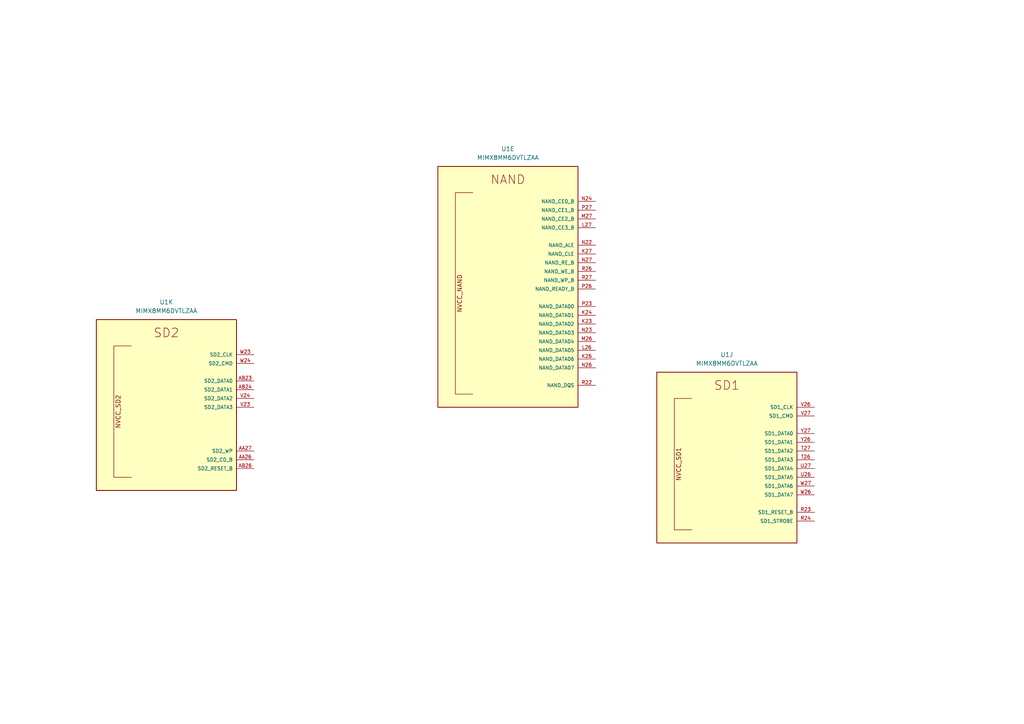
<source format=kicad_sch>
(kicad_sch (version 20211123) (generator eeschema)
  (paper "A4")
  (lib_symbols
    (symbol "qsbc:MIMX8MM6DVTLZAA" (pin_names (offset 1.016))
      (property "Reference" "U" (at 16.51 13.97 0))
      (property "Value" "MIMX8MM6DVTLZAA" (at -20.32 13.97 0))
      (symbol "MIMX8MM6DVTLZAA_1_0"
        (rectangle (start -20.32 13.97) (end 20.32 -57.15) (stroke (width 0.254)) (fill (type background)))
        (polyline (pts (xy 3.81 -29.21) (xy 2.54 -29.21)) (stroke (width 0.1524)))
        (text "MISC" (at 0 10.16 0) (effects (font (size 2.54 2.54))))
        (text "NVCC_CLK" (at 5.08 -45.72 900) (effects (font (size 1.27 1.27))))
        (text "NVCC_JTAG" (at 5.08 -7.62 900) (effects (font (size 1.27 1.27))))
        (text "NVCC_SNVS_1P8" (at -5.08 -5.08 900) (effects (font (size 1.27 1.27))))
        (text "VDD_24M_XTAL_1P8" (at -5.08 -29.21 900) (effects (font (size 1.27 1.27))))
        (text "VDD_ANA1_1P8" (at 1.27 -29.21 900) (effects (font (size 1.27 1.27))))
        (pin bidirectional line (at -25.4 -3.81 0) (length 5.08) (name "PMIC_ON_REQ") (number "A24"))
        (pin bidirectional line (at -25.4 3.81 0) (length 5.08) (name "ONOFF") (number "A25"))
        (pin input line (at -25.4 -11.43 0) (length 5.08) (name "RTC_XTALI") (number "A26"))
        (pin bidirectional line (at -25.4 1.27 0) (length 5.08) (name "POR_B") (number "B24"))
        (pin output line (at -25.4 -13.97 0) (length 5.08) (name "RTC_XTALO") (number "B25"))
        (pin input line (at -25.4 -27.94 0) (length 5.08) (name "24M_XTALI") (number "B27"))
        (pin output line (at -25.4 -30.48 0) (length 5.08) (name "24M_XTALO") (number "C26"))
        (pin bidirectional line (at 25.4 -16.51 180) (length 5.08) (name "JTAG_TRST_B") (number "C27"))
        (pin bidirectional line (at 25.4 -2.54 180) (length 5.08) (name "TEST_MODE") (number "D26"))
        (pin bidirectional line (at 25.4 -6.35 180) (length 5.08) (name "JTAG_MOD") (number "D27"))
        (pin bidirectional line (at -25.4 -6.35 0) (length 5.08) (name "PMIC_STBY_REQ") (number "E24"))
        (pin bidirectional line (at 25.4 -13.97 180) (length 5.08) (name "JTAG_TDO") (number "E26"))
        (pin bidirectional line (at 25.4 -11.43 180) (length 5.08) (name "JTAG_TDI") (number "E27"))
        (pin bidirectional line (at -25.4 -1.27 0) (length 5.08) (name "RTC_RESET_B") (number "F24"))
        (pin bidirectional line (at 25.4 -8.89 180) (length 5.08) (name "JTAG_TCK") (number "F26"))
        (pin bidirectional line (at 25.4 -19.05 180) (length 5.08) (name "JTAG_TMS") (number "F27"))
        (pin bidirectional line (at 25.4 3.81 180) (length 5.08) (name "BOOT_MODE0") (number "G26"))
        (pin bidirectional line (at 25.4 1.27 180) (length 5.08) (name "BOOT_MODE1") (number "G27"))
        (pin bidirectional line (at 25.4 -48.26 180) (length 5.08) (name "CLKOUT1") (number "H26"))
        (pin bidirectional line (at 25.4 -40.64 180) (length 5.08) (name "CLKIN1") (number "H27"))
        (pin passive line (at 25.4 -31.75 180) (length 5.08) (name "TSENSOR_TEST_OUT") (number "J23"))
        (pin passive line (at 25.4 -26.67 180) (length 5.08) (name "TSENSOR_RES_EXT") (number "J24"))
        (pin bidirectional line (at 25.4 -50.8 180) (length 5.08) (name "CLKOUT2") (number "J26"))
        (pin bidirectional line (at 25.4 -43.18 180) (length 5.08) (name "CLKIN2") (number "J27"))
      )
      (symbol "MIMX8MM6DVTLZAA_1_1"
        (polyline (pts (xy -8.89 -19.05) (xy -3.81 -19.05) (xy -3.81 -39.37) (xy -8.89 -39.37)) (stroke (width 0.1524)))
        (polyline (pts (xy -8.89 6.35) (xy -3.81 6.35) (xy -3.81 -16.51) (xy -8.89 -16.51)) (stroke (width 0.1524)))
        (polyline (pts (xy 8.89 -38.1) (xy 3.81 -38.1) (xy 3.81 -53.34) (xy 8.89 -53.34)) (stroke (width 0.1524)))
        (polyline (pts (xy 8.89 -24.13) (xy 3.81 -24.13) (xy 3.81 -34.29) (xy 8.89 -34.29)) (stroke (width 0.1524)))
        (polyline (pts (xy 8.89 6.35) (xy 3.81 6.35) (xy 3.81 -21.59) (xy 8.89 -21.59)) (stroke (width 0.1524)))
      )
      (symbol "MIMX8MM6DVTLZAA_2_0"
        (rectangle (start -20.32 13.97) (end 20.32 -128.27) (stroke (width 0.254)) (fill (type background)))
        (text "DDR" (at 0 10.16 0) (effects (font (size 2.54 2.54))))
        (pin bidirectional line (at 25.4 -48.26 180) (length 5.08) (name "DRAM_DQS0_P") (number "A2"))
        (pin bidirectional line (at 25.4 -17.78 180) (length 5.08) (name "DRAM_DQ06") (number "A3"))
        (pin bidirectional line (at 25.4 5.08 180) (length 5.08) (name "DRAM_DM0") (number "A4"))
        (pin bidirectional line (at 25.4 -2.54 180) (length 5.08) (name "DRAM_DQ00") (number "A5"))
        (pin passive line (at 25.4 -111.76 180) (length 5.08) (name "DRAM_DQS2_P") (number "AA1"))
        (pin passive line (at 25.4 -63.5 180) (length 5.08) (name "DRAM_DQ17") (number "AA2"))
        (pin passive line (at 25.4 -104.14 180) (length 5.08) (name "DRAM_DM2") (number "AB1"))
        (pin passive line (at 25.4 -60.96 180) (length 5.08) (name "DRAM_DQ16") (number "AB2"))
        (pin bidirectional line (at -25.4 -50.8 0) (length 5.08) (name "DRAM_AC20") (number "AB4"))
        (pin bidirectional line (at -25.4 -53.34 0) (length 5.08) (name "DRAM_AC21") (number "AB5"))
        (pin bidirectional line (at -25.4 -86.36 0) (length 5.08) (name "DRAM_AC38") (number "AB6"))
        (pin passive line (at 25.4 -76.2 180) (length 5.08) (name "DRAM_DQ22") (number "AC1"))
        (pin passive line (at 25.4 -78.74 180) (length 5.08) (name "DRAM_DQ23") (number "AC2"))
        (pin bidirectional line (at -25.4 -20.32 0) (length 5.08) (name "DRAM_AC30") (number "AC4"))
        (pin passive line (at 25.4 -88.9 180) (length 5.08) (name "DRAM_DQ27") (number "AD1"))
        (pin passive line (at 25.4 -86.36 180) (length 5.08) (name "DRAM_DQ26") (number "AD2"))
        (pin bidirectional line (at -25.4 5.08 0) (length 5.08) (name "DRAM_AC31") (number "AD5"))
        (pin passive line (at 25.4 -91.44 180) (length 5.08) (name "DRAM_DQ28") (number "AE1"))
        (pin passive line (at 25.4 -93.98 180) (length 5.08) (name "DRAM_DQ29") (number "AF1"))
        (pin passive line (at 25.4 -121.92 180) (length 5.08) (name "DRAM_DQS3_N") (number "AF2"))
        (pin passive line (at 25.4 -99.06 180) (length 5.08) (name "DRAM_DQ31") (number "AF4"))
        (pin passive line (at 25.4 -83.82 180) (length 5.08) (name "DRAM_DQ25") (number "AF5"))
        (pin passive line (at 25.4 -119.38 180) (length 5.08) (name "DRAM_DQS3_P") (number "AG2"))
        (pin passive line (at 25.4 -96.52 180) (length 5.08) (name "DRAM_DQ30") (number "AG3"))
        (pin passive line (at 25.4 -106.68 180) (length 5.08) (name "DRAM_DM3") (number "AG4"))
        (pin passive line (at 25.4 -81.28 180) (length 5.08) (name "DRAM_DQ24") (number "AG5"))
        (pin bidirectional line (at 25.4 -15.24 180) (length 5.08) (name "DRAM_DQ05") (number "B1"))
        (pin bidirectional line (at 25.4 -45.72 180) (length 5.08) (name "DRAM_DQS0_N") (number "B2"))
        (pin bidirectional line (at 25.4 -20.32 180) (length 5.08) (name "DRAM_DQ07") (number "B4"))
        (pin bidirectional line (at 25.4 -5.08 180) (length 5.08) (name "DRAM_DQ01") (number "B5"))
        (pin bidirectional line (at 25.4 -12.7 180) (length 5.08) (name "DRAM_DQ04") (number "C1"))
        (pin bidirectional line (at 25.4 -10.16 180) (length 5.08) (name "DRAM_DQ03") (number "D1"))
        (pin bidirectional line (at 25.4 -7.62 180) (length 5.08) (name "DRAM_DQ02") (number "D2"))
        (pin bidirectional line (at -25.4 -15.24 0) (length 5.08) (name "DRAM_AC11") (number "D5"))
        (pin bidirectional line (at 25.4 -38.1 180) (length 5.08) (name "DRAM_DQ14") (number "E1"))
        (pin bidirectional line (at 25.4 -40.64 180) (length 5.08) (name "DRAM_DQ15") (number "E2"))
        (pin bidirectional line (at -25.4 -12.7 0) (length 5.08) (name "DRAM_AC10") (number "E4"))
        (pin bidirectional line (at 25.4 2.54 180) (length 5.08) (name "DRAM_DM1") (number "F1"))
        (pin bidirectional line (at 25.4 -22.86 180) (length 5.08) (name "DRAM_DQ08") (number "F2"))
        (pin bidirectional line (at -25.4 -40.64 0) (length 5.08) (name "DRAM_AC00") (number "F4"))
        (pin bidirectional line (at -25.4 -43.18 0) (length 5.08) (name "DRAM_AC01") (number "F5"))
        (pin bidirectional line (at -25.4 -63.5 0) (length 5.08) (name "DRAM_AC06") (number "F6"))
        (pin bidirectional line (at 25.4 -55.88 180) (length 5.08) (name "DRAM_DQS1_P") (number "G1"))
        (pin bidirectional line (at 25.4 -25.4 180) (length 5.08) (name "DRAM_DQ09") (number "G2"))
        (pin bidirectional line (at 25.4 -53.34 180) (length 5.08) (name "DRAM_DQS1_N") (number "H1"))
        (pin bidirectional line (at 25.4 -27.94 180) (length 5.08) (name "DRAM_DQ10") (number "J1"))
        (pin bidirectional line (at 25.4 -30.48 180) (length 5.08) (name "DRAM_DQ11") (number "J2"))
        (pin bidirectional line (at -25.4 -66.04 0) (length 5.08) (name "DRAM_AC03") (number "J4"))
        (pin bidirectional line (at -25.4 -17.78 0) (length 5.08) (name "DRAM_AC07") (number "J5"))
        (pin bidirectional line (at -25.4 -25.4 0) (length 5.08) (name "DRAM_AC08") (number "J6"))
        (pin bidirectional line (at 25.4 -35.56 180) (length 5.08) (name "DRAM_DQ13") (number "K1"))
        (pin bidirectional line (at 25.4 -33.02 180) (length 5.08) (name "DRAM_DQ12") (number "K2"))
        (pin bidirectional line (at -25.4 -60.96 0) (length 5.08) (name "DRAM_AC02") (number "K4"))
        (pin bidirectional line (at -25.4 -5.08 0) (length 5.08) (name "DRAM_AC14") (number "K5"))
        (pin bidirectional line (at -25.4 -22.86 0) (length 5.08) (name "DRAM_AC09") (number "K6"))
        (pin bidirectional line (at -25.4 -58.42 0) (length 5.08) (name "DRAM_AC05") (number "L1"))
        (pin bidirectional line (at -25.4 -55.88 0) (length 5.08) (name "DRAM_AC04") (number "L2"))
        (pin bidirectional line (at -25.4 -45.72 0) (length 5.08) (name "DRAM_AC16") (number "M1"))
        (pin bidirectional line (at -25.4 -48.26 0) (length 5.08) (name "DRAM_AC17") (number "M2"))
        (pin bidirectional line (at -25.4 -71.12 0) (length 5.08) (name "DRAM_AC26") (number "N1"))
        (pin bidirectional line (at -25.4 -83.82 0) (length 5.08) (name "DRAM_AC19") (number "N2"))
        (pin bidirectional line (at -25.4 -10.16 0) (length 5.08) (name "DRAM_AC12") (number "N4"))
        (pin bidirectional line (at -25.4 -7.62 0) (length 5.08) (name "DRAM_AC13") (number "N5"))
        (pin bidirectional line (at -25.4 -2.54 0) (length 5.08) (name "DRAM_AC15") (number "N6"))
        (pin bidirectional line (at -25.4 -101.6 0) (length 5.08) (name "DRAM_VREF") (number "P1"))
        (pin bidirectional line (at -25.4 -106.68 0) (length 5.08) (name "DRAM_ZN") (number "P2"))
        (pin bidirectional line (at -25.4 -96.52 0) (length 5.08) (name "DRAM_RESET_N") (number "R1"))
        (pin bidirectional line (at -25.4 -111.76 0) (length 5.08) (name "DRAM_ALERT_N") (number "R2"))
        (pin bidirectional line (at -25.4 -78.74 0) (length 5.08) (name "DRAM_AC32") (number "R4"))
        (pin bidirectional line (at -25.4 -33.02 0) (length 5.08) (name "DRAM_AC33") (number "R5"))
        (pin bidirectional line (at -25.4 -88.9 0) (length 5.08) (name "DRAM_AC27") (number "R6"))
        (pin bidirectional line (at -25.4 -30.48 0) (length 5.08) (name "DRAM_AC34") (number "T1"))
        (pin bidirectional line (at -25.4 -35.56 0) (length 5.08) (name "DRAM_AC35") (number "T2"))
        (pin bidirectional line (at -25.4 2.54 0) (length 5.08) (name "DRAM_AC25") (number "U1"))
        (pin bidirectional line (at -25.4 0 0) (length 5.08) (name "DRAM_AC24") (number "U2"))
        (pin passive line (at 25.4 -73.66 180) (length 5.08) (name "DRAM_DQ21") (number "V1"))
        (pin passive line (at 25.4 -71.12 180) (length 5.08) (name "DRAM_DQ20") (number "V2"))
        (pin bidirectional line (at -25.4 -81.28 0) (length 5.08) (name "DRAM_AC23") (number "V4"))
        (pin bidirectional line (at -25.4 -73.66 0) (length 5.08) (name "DRAM_AC36") (number "V5"))
        (pin bidirectional line (at -25.4 -68.58 0) (length 5.08) (name "DRAM_AC29") (number "V6"))
        (pin passive line (at 25.4 -66.04 180) (length 5.08) (name "DRAM_DQ18") (number "W1"))
        (pin passive line (at 25.4 -68.58 180) (length 5.08) (name "DRAM_DQ19") (number "W2"))
        (pin bidirectional line (at -25.4 -91.44 0) (length 5.08) (name "DRAM_AC22") (number "W4"))
        (pin bidirectional line (at -25.4 -76.2 0) (length 5.08) (name "DRAM_AC37") (number "W5"))
        (pin bidirectional line (at -25.4 -27.94 0) (length 5.08) (name "DRAM_AC28") (number "W6"))
        (pin passive line (at 25.4 -114.3 180) (length 5.08) (name "DRAM_DQS2_N") (number "Y1"))
      )
      (symbol "MIMX8MM6DVTLZAA_3_0"
        (rectangle (start -20.32 13.97) (end 20.32 -40.64) (stroke (width 0.254)) (fill (type background)))
        (text "GPIO" (at 0 10.16 0) (effects (font (size 2.54 2.54))))
        (text "NVCC_GPIO1" (at -13.97 -15.24 900) (effects (font (size 1.27 1.27))))
        (pin bidirectional line (at 25.4 -26.67 180) (length 5.08) (name "GPIO1_IO12") (number "AB10"))
        (pin bidirectional line (at 25.4 -34.29 180) (length 5.08) (name "GPIO1_IO15") (number "AB9"))
        (pin bidirectional line (at 25.4 -24.13 180) (length 5.08) (name "GPIO1_IO11") (number "AC10"))
        (pin bidirectional line (at 25.4 -31.75 180) (length 5.08) (name "GPIO1_IO14") (number "AC9"))
        (pin bidirectional line (at 25.4 -21.59 180) (length 5.08) (name "GPIO1_IO10") (number "AD10"))
        (pin bidirectional line (at 25.4 -29.21 180) (length 5.08) (name "GPIO1_IO13") (number "AD9"))
        (pin bidirectional line (at 25.4 -19.05 180) (length 5.08) (name "GPIO1_IO09") (number "AF10"))
        (pin bidirectional line (at 25.4 -13.97 180) (length 5.08) (name "GPIO1_IO07") (number "AF11"))
        (pin bidirectional line (at 25.4 -8.89 180) (length 5.08) (name "GPIO1_IO05") (number "AF12"))
        (pin bidirectional line (at 25.4 -3.81 180) (length 5.08) (name "GPIO1_IO03") (number "AF13"))
        (pin bidirectional line (at 25.4 1.27 180) (length 5.08) (name "GPIO1_IO01") (number "AF14"))
        (pin bidirectional line (at 25.4 -16.51 180) (length 5.08) (name "GPIO1_IO08") (number "AG10"))
        (pin bidirectional line (at 25.4 -11.43 180) (length 5.08) (name "GPIO1_IO06") (number "AG11"))
        (pin bidirectional line (at 25.4 -6.35 180) (length 5.08) (name "GPIO1_IO04") (number "AG12"))
        (pin bidirectional line (at 25.4 -1.27 180) (length 5.08) (name "GPIO1_IO02") (number "AG13"))
        (pin bidirectional line (at 25.4 3.81 180) (length 5.08) (name "GPIO1_IO00") (number "AG14"))
      )
      (symbol "MIMX8MM6DVTLZAA_3_1"
        (polyline (pts (xy -10.16 6.35) (xy -15.24 6.35) (xy -15.24 -36.83) (xy -10.16 -36.83)) (stroke (width 0.1524)))
      )
      (symbol "MIMX8MM6DVTLZAA_4_0"
        (rectangle (start -20.32 13.97) (end 20.32 -38.1) (stroke (width 0.254)) (fill (type background)))
        (text "CSI" (at 0 10.16 0) (effects (font (size 2.54 2.54))))
        (text "VDD_MIPI_1P8" (at -13.97 -13.97 900) (effects (font (size 1.27 1.27))))
        (pin bidirectional line (at 25.4 -5.08 180) (length 5.08) (name "MIPI_CSI_D0_N") (number "A14"))
        (pin bidirectional line (at 25.4 -12.7 180) (length 5.08) (name "MIPI_CSI_D1_N") (number "A15"))
        (pin bidirectional line (at 25.4 3.81 180) (length 5.08) (name "MIPI_CSI_CLK_N") (number "A16"))
        (pin bidirectional line (at 25.4 -20.32 180) (length 5.08) (name "MIPI_CSI_D2_N") (number "A17"))
        (pin bidirectional line (at 25.4 -27.94 180) (length 5.08) (name "MIPI_CSI_D3_N") (number "A18"))
        (pin bidirectional line (at 25.4 -7.62 180) (length 5.08) (name "MIPI_CSI_D0_P") (number "B14"))
        (pin bidirectional line (at 25.4 -15.24 180) (length 5.08) (name "MIPI_CSI_D1_P") (number "B15"))
        (pin bidirectional line (at 25.4 1.27 180) (length 5.08) (name "MIPI_CSI_CLK_P") (number "B16"))
        (pin bidirectional line (at 25.4 -22.86 180) (length 5.08) (name "MIPI_CSI_D2_P") (number "B17"))
        (pin bidirectional line (at 25.4 -30.48 180) (length 5.08) (name "MIPI_CSI_D3_P") (number "B18"))
      )
      (symbol "MIMX8MM6DVTLZAA_4_1"
        (polyline (pts (xy -10.16 6.35) (xy -15.24 6.35) (xy -15.24 -34.29) (xy -10.16 -34.29)) (stroke (width 0.1524)))
      )
      (symbol "MIMX8MM6DVTLZAA_5_0"
        (rectangle (start -20.32 13.97) (end 20.32 -55.88) (stroke (width 0.254)) (fill (type background)))
        (text "NAND" (at 0 10.16 0) (effects (font (size 2.54 2.54))))
        (text "NVCC_NAND" (at -13.97 -22.86 900) (effects (font (size 1.27 1.27))))
        (pin bidirectional line (at 25.4 -31.75 180) (length 5.08) (name "NAND_DATA02") (number "K23"))
        (pin bidirectional line (at 25.4 -29.21 180) (length 5.08) (name "NAND_DATA01") (number "K24"))
        (pin bidirectional line (at 25.4 -41.91 180) (length 5.08) (name "NAND_DATA06") (number "K26"))
        (pin bidirectional line (at 25.4 -11.43 180) (length 5.08) (name "NAND_CLE") (number "K27"))
        (pin bidirectional line (at 25.4 -39.37 180) (length 5.08) (name "NAND_DATA05") (number "L26"))
        (pin bidirectional line (at 25.4 -3.81 180) (length 5.08) (name "NAND_CE3_B") (number "L27"))
        (pin bidirectional line (at 25.4 -36.83 180) (length 5.08) (name "NAND_DATA04") (number "M26"))
        (pin bidirectional line (at 25.4 -1.27 180) (length 5.08) (name "NAND_CE2_B") (number "M27"))
        (pin bidirectional line (at 25.4 -8.89 180) (length 5.08) (name "NAND_ALE") (number "N22"))
        (pin bidirectional line (at 25.4 -34.29 180) (length 5.08) (name "NAND_DATA03") (number "N23"))
        (pin bidirectional line (at 25.4 3.81 180) (length 5.08) (name "NAND_CE0_B") (number "N24"))
        (pin bidirectional line (at 25.4 -44.45 180) (length 5.08) (name "NAND_DATA07") (number "N26"))
        (pin bidirectional line (at 25.4 -13.97 180) (length 5.08) (name "NAND_RE_B") (number "N27"))
        (pin bidirectional line (at 25.4 -26.67 180) (length 5.08) (name "NAND_DATA00") (number "P23"))
        (pin bidirectional line (at 25.4 -21.59 180) (length 5.08) (name "NAND_READY_B") (number "P26"))
        (pin bidirectional line (at 25.4 1.27 180) (length 5.08) (name "NAND_CE1_B") (number "P27"))
        (pin bidirectional line (at 25.4 -49.53 180) (length 5.08) (name "NAND_DQS") (number "R22"))
        (pin bidirectional line (at 25.4 -16.51 180) (length 5.08) (name "NAND_WE_B") (number "R26"))
        (pin bidirectional line (at 25.4 -19.05 180) (length 5.08) (name "NAND_WP_B") (number "R27"))
      )
      (symbol "MIMX8MM6DVTLZAA_5_1"
        (polyline (pts (xy -10.16 6.35) (xy -15.24 6.35) (xy -15.24 -52.07) (xy -10.16 -52.07)) (stroke (width 0.1524)))
      )
      (symbol "MIMX8MM6DVTLZAA_6_0"
        (rectangle (start -20.32 13.97) (end 20.32 -83.82) (stroke (width 0.254)) (fill (type background)))
        (text "NVCC_SAI1" (at -3.81 -22.86 900) (effects (font (size 1.27 1.27))))
        (text "NVCC_SAI2" (at 3.81 -68.58 900) (effects (font (size 1.27 1.27))))
        (text "NVCC_SAI3" (at 3.81 -36.83 900) (effects (font (size 1.27 1.27))))
        (text "NVCC_SAI5" (at 3.81 -5.08 900) (effects (font (size 1.27 1.27))))
        (text "SAI" (at 0 10.16 0) (effects (font (size 2.54 2.54))))
        (pin bidirectional line (at 25.4 0 180) (length 5.08) (name "SAI5_RXFS") (number "AB15"))
        (pin bidirectional line (at -25.4 3.81 0) (length 5.08) (name "SAI1_MCLK") (number "AB18"))
        (pin bidirectional line (at -25.4 0 0) (length 5.08) (name "SAI1_TXFS") (number "AB19"))
        (pin bidirectional line (at 25.4 -74.93 180) (length 5.08) (name "SAI2_RXC") (number "AB22"))
        (pin bidirectional line (at 25.4 -12.7 180) (length 5.08) (name "SAI5_RXD3") (number "AC13"))
        (pin bidirectional line (at 25.4 -7.62 180) (length 5.08) (name "SAI5_RXD1") (number "AC14"))
        (pin bidirectional line (at 25.4 -2.54 180) (length 5.08) (name "SAI5_RXC") (number "AC15"))
        (pin bidirectional line (at -25.4 -2.54 0) (length 5.08) (name "SAI1_TXC") (number "AC18"))
        (pin bidirectional line (at 25.4 -72.39 180) (length 5.08) (name "SAI2_RXFS") (number "AC19"))
        (pin bidirectional line (at 25.4 -68.58 180) (length 5.08) (name "SAI2_TXD0") (number "AC22"))
        (pin bidirectional line (at 25.4 -77.47 180) (length 5.08) (name "SAI2_RXD0") (number "AC24"))
        (pin bidirectional line (at 25.4 -26.67 180) (length 5.08) (name "SAI3_TXFS") (number "AC6"))
        (pin bidirectional line (at 25.4 -10.16 180) (length 5.08) (name "SAI5_RXD2") (number "AD13"))
        (pin bidirectional line (at 25.4 3.81 180) (length 5.08) (name "SAI5_MCLK") (number "AD15"))
        (pin bidirectional line (at 25.4 -5.08 180) (length 5.08) (name "SAI5_RXD0") (number "AD18"))
        (pin bidirectional line (at 25.4 -59.69 180) (length 5.08) (name "SAI2_MCLK") (number "AD19"))
        (pin bidirectional line (at 25.4 -66.04 180) (length 5.08) (name "SAI2_TXC") (number "AD22"))
        (pin bidirectional line (at 25.4 -63.5 180) (length 5.08) (name "SAI2_TXFS") (number "AD23"))
        (pin bidirectional line (at 25.4 -22.86 180) (length 5.08) (name "SAI3_MCLK") (number "AD6"))
        (pin bidirectional line (at -25.4 -34.29 0) (length 5.08) (name "SAI1_RXD1") (number "AF15"))
        (pin bidirectional line (at -25.4 -29.21 0) (length 5.08) (name "SAI1_RXC") (number "AF16"))
        (pin bidirectional line (at -25.4 -39.37 0) (length 5.08) (name "SAI1_RXD3") (number "AF17"))
        (pin bidirectional line (at -25.4 -44.45 0) (length 5.08) (name "SAI1_RXD5") (number "AF18"))
        (pin bidirectional line (at -25.4 -49.53 0) (length 5.08) (name "SAI1_RXD7") (number "AF19"))
        (pin bidirectional line (at -25.4 -7.62 0) (length 5.08) (name "SAI1_TXD1") (number "AF20"))
        (pin bidirectional line (at -25.4 -12.7 0) (length 5.08) (name "SAI1_TXD3") (number "AF21"))
        (pin bidirectional line (at -25.4 -17.78 0) (length 5.08) (name "SAI1_TXD5") (number "AF22"))
        (pin bidirectional line (at -25.4 -22.86 0) (length 5.08) (name "SAI1_TXD7") (number "AF23"))
        (pin bidirectional line (at 25.4 -31.75 180) (length 5.08) (name "SAI3_TXD") (number "AF6"))
        (pin bidirectional line (at 25.4 -40.64 180) (length 5.08) (name "SAI3_RXD") (number "AF7"))
        (pin bidirectional line (at 25.4 -45.72 180) (length 5.08) (name "SPDIF_EXT_CLK") (number "AF8"))
        (pin bidirectional line (at 25.4 -50.8 180) (length 5.08) (name "SPDIF_TX") (number "AF9"))
        (pin bidirectional line (at -25.4 -31.75 0) (length 5.08) (name "SAI1_RXD0") (number "AG15"))
        (pin bidirectional line (at -25.4 -26.67 0) (length 5.08) (name "SAI1_RXFS") (number "AG16"))
        (pin bidirectional line (at -25.4 -36.83 0) (length 5.08) (name "SAI1_RXD2") (number "AG17"))
        (pin bidirectional line (at -25.4 -41.91 0) (length 5.08) (name "SAI1_RXD4") (number "AG18"))
        (pin bidirectional line (at -25.4 -46.99 0) (length 5.08) (name "SAI1_RXD6") (number "AG19"))
        (pin bidirectional line (at -25.4 -5.08 0) (length 5.08) (name "SAI1_TXD0") (number "AG20"))
        (pin bidirectional line (at -25.4 -10.16 0) (length 5.08) (name "SAI1_TXD2") (number "AG21"))
        (pin bidirectional line (at -25.4 -15.24 0) (length 5.08) (name "SAI1_TXD4") (number "AG22"))
        (pin bidirectional line (at -25.4 -20.32 0) (length 5.08) (name "SAI1_TXD6") (number "AG23"))
        (pin bidirectional line (at 25.4 -29.21 180) (length 5.08) (name "SAI3_TXC") (number "AG6"))
        (pin bidirectional line (at 25.4 -38.1 180) (length 5.08) (name "SAI3_RXC") (number "AG7"))
        (pin bidirectional line (at 25.4 -35.56 180) (length 5.08) (name "SAI3_RXFS") (number "AG8"))
        (pin bidirectional line (at 25.4 -48.26 180) (length 5.08) (name "SPDIF_RX") (number "AG9"))
      )
      (symbol "MIMX8MM6DVTLZAA_6_1"
        (polyline (pts (xy -7.62 6.35) (xy -2.54 6.35) (xy -2.54 -52.07) (xy -7.62 -52.07)) (stroke (width 0.1524)))
        (polyline (pts (xy 7.62 -57.15) (xy 2.54 -57.15) (xy 2.54 -80.01) (xy 7.62 -80.01)) (stroke (width 0.1524)))
        (polyline (pts (xy 7.62 -20.32) (xy 2.54 -20.32) (xy 2.54 -53.34) (xy 7.62 -53.34)) (stroke (width 0.1524)))
        (polyline (pts (xy 7.62 6.35) (xy 2.54 6.35) (xy 2.54 -16.51) (xy 7.62 -16.51)) (stroke (width 0.1524)))
      )
      (symbol "MIMX8MM6DVTLZAA_7_0"
        (rectangle (start -20.32 13.97) (end 20.32 -40.64) (stroke (width 0.254)) (fill (type background)))
        (text "ENET" (at 0 10.16 0) (effects (font (size 2.54 2.54))))
        (text "NVCC_ENET" (at -13.97 -15.24 900) (effects (font (size 1.27 1.27))))
        (pin bidirectional line (at 25.4 1.27 180) (length 5.08) (name "ENET_MDIO") (number "AB27"))
        (pin bidirectional line (at 25.4 -34.29 180) (length 5.08) (name "ENET_RD3") (number "AC26"))
        (pin bidirectional line (at 25.4 3.81 180) (length 5.08) (name "ENET_MDC") (number "AC27"))
        (pin bidirectional line (at 25.4 -31.75 180) (length 5.08) (name "ENET_RD2") (number "AD26"))
        (pin bidirectional line (at 25.4 -29.21 180) (length 5.08) (name "ENET_RD1") (number "AD27"))
        (pin bidirectional line (at 25.4 -24.13 180) (length 5.08) (name "ENET_RXC") (number "AE26"))
        (pin bidirectional line (at 25.4 -26.67 180) (length 5.08) (name "ENET_RD0") (number "AE27"))
        (pin bidirectional line (at 25.4 -3.81 180) (length 5.08) (name "ENET_TX_CTL") (number "AF24"))
        (pin bidirectional line (at 25.4 -16.51 180) (length 5.08) (name "ENET_TD3") (number "AF25"))
        (pin bidirectional line (at 25.4 -11.43 180) (length 5.08) (name "ENET_TD1") (number "AF26"))
        (pin bidirectional line (at 25.4 -21.59 180) (length 5.08) (name "ENET_RX_CTL") (number "AF27"))
        (pin bidirectional line (at 25.4 -6.35 180) (length 5.08) (name "ENET_TXC") (number "AG24"))
        (pin bidirectional line (at 25.4 -13.97 180) (length 5.08) (name "ENET_TD2") (number "AG25"))
        (pin bidirectional line (at 25.4 -8.89 180) (length 5.08) (name "ENET_TD0") (number "AG26"))
      )
      (symbol "MIMX8MM6DVTLZAA_7_1"
        (polyline (pts (xy -10.16 6.35) (xy -15.24 6.35) (xy -15.24 -36.83) (xy -10.16 -36.83)) (stroke (width 0.1524)))
      )
      (symbol "MIMX8MM6DVTLZAA_8_0"
        (rectangle (start -20.32 13.97) (end 20.32 -121.92) (stroke (width 0.254)) (fill (type background)))
        (text "GND" (at 0 10.16 0) (effects (font (size 2.54 2.54))))
        (pin power_in line (at 25.4 -48.26 180) (length 5.08) (name "VSS") (number "A1"))
        (pin power_in line (at -25.4 -119.38 0) (length 5.08) (name "VSS") (number "A27"))
        (pin power_in line (at -25.4 -27.94 0) (length 5.08) (name "VSS") (number "AA10"))
        (pin power_in line (at -25.4 2.54 0) (length 5.08) (name "VSS") (number "AA13"))
        (pin power_in line (at 25.4 -73.66 180) (length 5.08) (name "VSS") (number "AA15"))
        (pin power_in line (at 25.4 -109.22 180) (length 5.08) (name "VSS") (number "AA18"))
        (pin power_in line (at 25.4 -114.3 180) (length 5.08) (name "VSS") (number "AA19"))
        (pin power_in line (at -25.4 -91.44 0) (length 5.08) (name "VSS") (number "AA21"))
        (pin power_in line (at -25.4 -40.64 0) (length 5.08) (name "VSS") (number "AA7"))
        (pin power_in line (at -25.4 -43.18 0) (length 5.08) (name "VSS") (number "AA9"))
        (pin power_in line (at 25.4 -99.06 180) (length 5.08) (name "VSS") (number "AB25"))
        (pin power_in line (at 25.4 -7.62 180) (length 5.08) (name "VSS") (number "AB3"))
        (pin power_in line (at 25.4 -96.52 180) (length 5.08) (name "VSS") (number "AC25"))
        (pin power_in line (at 25.4 -5.08 180) (length 5.08) (name "VSS") (number "AC3"))
        (pin power_in line (at -25.4 -12.7 0) (length 5.08) (name "VSS") (number "AE10"))
        (pin power_in line (at -25.4 7.62 0) (length 5.08) (name "VSS") (number "AE13"))
        (pin power_in line (at -25.4 -58.42 0) (length 5.08) (name "VSS") (number "AE14"))
        (pin power_in line (at 25.4 -76.2 180) (length 5.08) (name "VSS") (number "AE15"))
        (pin power_in line (at -25.4 -60.96 0) (length 5.08) (name "VSS") (number "AE18"))
        (pin power_in line (at -25.4 -66.04 0) (length 5.08) (name "VSS") (number "AE19"))
        (pin power_in line (at 25.4 -53.34 180) (length 5.08) (name "VSS") (number "AE2"))
        (pin power_in line (at -25.4 -106.68 0) (length 5.08) (name "VSS") (number "AE22"))
        (pin power_in line (at -25.4 -111.76 0) (length 5.08) (name "VSS") (number "AE23"))
        (pin power_in line (at 25.4 -2.54 180) (length 5.08) (name "VSS") (number "AE5"))
        (pin power_in line (at 25.4 7.62 180) (length 5.08) (name "VSS") (number "AE6"))
        (pin power_in line (at -25.4 -30.48 0) (length 5.08) (name "VSS") (number "AE9"))
        (pin power_in line (at 25.4 -12.7 180) (length 5.08) (name "VSS") (number "AF3"))
        (pin power_in line (at 25.4 -50.8 180) (length 5.08) (name "VSS") (number "AG1"))
        (pin power_in line (at 25.4 -116.84 180) (length 5.08) (name "VSS") (number "AG27"))
        (pin power_in line (at -25.4 -116.84 0) (length 5.08) (name "VSS") (number "B26"))
        (pin power_in line (at 25.4 -43.18 180) (length 5.08) (name "VSS") (number "B3"))
        (pin power_in line (at -25.4 -33.02 0) (length 5.08) (name "VSS") (number "C10"))
        (pin power_in line (at -25.4 -17.78 0) (length 5.08) (name "VSS") (number "C13"))
        (pin power_in line (at -25.4 10.16 0) (length 5.08) (name "VSS") (number "C14"))
        (pin power_in line (at 25.4 -66.04 180) (length 5.08) (name "VSS") (number "C15"))
        (pin power_in line (at 25.4 -93.98 180) (length 5.08) (name "VSS") (number "C18"))
        (pin power_in line (at 25.4 -111.76 180) (length 5.08) (name "VSS") (number "C19"))
        (pin power_in line (at 25.4 -40.64 180) (length 5.08) (name "VSS") (number "C2"))
        (pin power_in line (at -25.4 -88.9 0) (length 5.08) (name "VSS") (number "C22"))
        (pin power_in line (at -25.4 -109.22 0) (length 5.08) (name "VSS") (number "C23"))
        (pin power_in line (at 25.4 -10.16 180) (length 5.08) (name "VSS") (number "C5"))
        (pin power_in line (at 25.4 5.08 180) (length 5.08) (name "VSS") (number "C6"))
        (pin power_in line (at -25.4 -38.1 0) (length 5.08) (name "VSS") (number "C9"))
        (pin power_in line (at -25.4 -96.52 0) (length 5.08) (name "VSS") (number "E25"))
        (pin power_in line (at 25.4 -45.72 180) (length 5.08) (name "VSS") (number "E3"))
        (pin power_in line (at -25.4 -99.06 0) (length 5.08) (name "VSS") (number "F25"))
        (pin power_in line (at 25.4 -30.48 180) (length 5.08) (name "VSS") (number "F3"))
        (pin power_in line (at -25.4 -25.4 0) (length 5.08) (name "VSS") (number "G10"))
        (pin power_in line (at -25.4 -15.24 0) (length 5.08) (name "VSS") (number "G13"))
        (pin power_in line (at 25.4 -68.58 180) (length 5.08) (name "VSS") (number "G15"))
        (pin power_in line (at -25.4 -55.88 0) (length 5.08) (name "VSS") (number "G18"))
        (pin power_in line (at -25.4 -63.5 0) (length 5.08) (name "VSS") (number "G19"))
        (pin power_in line (at -25.4 -73.66 0) (length 5.08) (name "VSS") (number "G21"))
        (pin power_in line (at 25.4 0 180) (length 5.08) (name "VSS") (number "G7"))
        (pin power_in line (at -25.4 -35.56 0) (length 5.08) (name "VSS") (number "G9"))
        (pin power_in line (at 25.4 -106.68 180) (length 5.08) (name "VSS") (number "H18"))
        (pin power_in line (at 25.4 -38.1 180) (length 5.08) (name "VSS") (number "H2"))
        (pin power_in line (at -25.4 -76.2 0) (length 5.08) (name "VSS") (number "J21"))
        (pin power_in line (at -25.4 -101.6 0) (length 5.08) (name "VSS") (number "J25"))
        (pin power_in line (at 25.4 -33.02 180) (length 5.08) (name "VSS") (number "J3"))
        (pin power_in line (at 25.4 2.54 180) (length 5.08) (name "VSS") (number "J7"))
        (pin power_in line (at -25.4 -68.58 0) (length 5.08) (name "VSS") (number "K20"))
        (pin power_in line (at -25.4 -78.74 0) (length 5.08) (name "VSS") (number "K21"))
        (pin power_in line (at 25.4 -55.88 180) (length 5.08) (name "VSS") (number "K25"))
        (pin power_in line (at 25.4 -25.4 180) (length 5.08) (name "VSS") (number "K3"))
        (pin power_in line (at 25.4 10.16 180) (length 5.08) (name "VSS") (number "K7"))
        (pin power_in line (at -25.4 -10.16 0) (length 5.08) (name "VSS") (number "L12"))
        (pin power_in line (at 25.4 -78.74 180) (length 5.08) (name "VSS") (number "L16"))
        (pin power_in line (at -25.4 -7.62 0) (length 5.08) (name "VSS") (number "M12"))
        (pin power_in line (at 25.4 -81.28 180) (length 5.08) (name "VSS") (number "M16"))
        (pin power_in line (at -25.4 -5.08 0) (length 5.08) (name "VSS") (number "N12"))
        (pin power_in line (at 25.4 -83.82 180) (length 5.08) (name "VSS") (number "N16"))
        (pin power_in line (at -25.4 -81.28 0) (length 5.08) (name "VSS") (number "N21"))
        (pin power_in line (at 25.4 -60.96 180) (length 5.08) (name "VSS") (number "N25"))
        (pin power_in line (at 25.4 -27.94 180) (length 5.08) (name "VSS") (number "N3"))
        (pin power_in line (at -25.4 -48.26 0) (length 5.08) (name "VSS") (number "N7"))
        (pin power_in line (at -25.4 0 0) (length 5.08) (name "VSS") (number "P13"))
        (pin power_in line (at 25.4 -71.12 180) (length 5.08) (name "VSS") (number "P15"))
        (pin power_in line (at -25.4 -83.82 0) (length 5.08) (name "VSS") (number "P21"))
        (pin power_in line (at 25.4 -58.42 180) (length 5.08) (name "VSS") (number "P25"))
        (pin power_in line (at 25.4 -20.32 180) (length 5.08) (name "VSS") (number "P3"))
        (pin power_in line (at -25.4 -2.54 0) (length 5.08) (name "VSS") (number "R12"))
        (pin power_in line (at 25.4 -86.36 180) (length 5.08) (name "VSS") (number "R16"))
        (pin power_in line (at -25.4 -71.12 0) (length 5.08) (name "VSS") (number "R20"))
        (pin power_in line (at -25.4 -86.36 0) (length 5.08) (name "VSS") (number "R21"))
        (pin power_in line (at -25.4 -104.14 0) (length 5.08) (name "VSS") (number "R25"))
        (pin power_in line (at 25.4 -17.78 180) (length 5.08) (name "VSS") (number "R3"))
        (pin power_in line (at -25.4 -45.72 0) (length 5.08) (name "VSS") (number "R7"))
        (pin power_in line (at -25.4 -22.86 0) (length 5.08) (name "VSS") (number "T12"))
        (pin power_in line (at 25.4 -88.9 180) (length 5.08) (name "VSS") (number "T16"))
        (pin power_in line (at -25.4 -20.32 0) (length 5.08) (name "VSS") (number "U12"))
        (pin power_in line (at 25.4 -91.44 180) (length 5.08) (name "VSS") (number "U16"))
        (pin power_in line (at -25.4 -114.3 0) (length 5.08) (name "VSS") (number "V21"))
        (pin power_in line (at 25.4 -104.14 180) (length 5.08) (name "VSS") (number "V25"))
        (pin power_in line (at 25.4 -15.24 180) (length 5.08) (name "VSS") (number "V3"))
        (pin power_in line (at -25.4 -53.34 0) (length 5.08) (name "VSS") (number "V7"))
        (pin power_in line (at -25.4 -93.98 0) (length 5.08) (name "VSS") (number "W21"))
        (pin power_in line (at 25.4 -101.6 180) (length 5.08) (name "VSS") (number "W25"))
        (pin power_in line (at 25.4 -22.86 180) (length 5.08) (name "VSS") (number "W3"))
        (pin power_in line (at -25.4 -50.8 0) (length 5.08) (name "VSS") (number "W7"))
        (pin power_in line (at -25.4 5.08 0) (length 5.08) (name "VSS") (number "Y13"))
        (pin power_in line (at 25.4 -63.5 180) (length 5.08) (name "VSS") (number "Y18"))
        (pin power_in line (at 25.4 -35.56 180) (length 5.08) (name "VSS") (number "Y2"))
      )
      (symbol "MIMX8MM6DVTLZAA_9_0"
        (rectangle (start -20.32 13.97) (end 20.32 -186.69) (stroke (width 0.254)) (fill (type background)))
        (text "Power" (at 0 10.16 0) (effects (font (size 2.54 2.54))))
        (pin power_in line (at 25.4 -78.74 180) (length 5.08) (name "VDD_ANA0_1P8") (number "AA14"))
        (pin power_in line (at 25.4 -55.88 180) (length 5.08) (name "PVCC0_1P8") (number "AB13"))
        (pin power_in line (at 25.4 -172.72 180) (length 5.08) (name "MIPI_VREG_CAP") (number "D15"))
        (pin power_in line (at 25.4 -104.14 180) (length 5.08) (name "VDD_PCI_1P8") (number "G14"))
        (pin power_in line (at 25.4 -29.21 180) (length 5.08) (name "NVCC_ECSPI") (number "H10"))
        (pin power_in line (at 25.4 -106.68 180) (length 5.08) (name "VDD_MIPI_1P8") (number "H13"))
        (pin power_in line (at 25.4 -101.6 180) (length 5.08) (name "VDD_USB_1P8") (number "H15"))
        (pin power_in line (at -25.4 -124.46 0) (length 5.08) (name "VDD_DRAM") (number "J10"))
        (pin power_in line (at 25.4 -21.59 180) (length 5.08) (name "NVCC_I2C") (number "J11"))
        (pin power_in line (at 25.4 -25.4 180) (length 5.08) (name "NVCC_UART") (number "J12"))
        (pin power_in line (at 25.4 -60.96 180) (length 5.08) (name "PVCC2_1P8") (number "J13"))
        (pin power_in line (at 25.4 -168.91 180) (length 5.08) (name "VDD_MIPI_0P9") (number "J14"))
        (pin power_in line (at 25.4 -165.1 180) (length 5.08) (name "VDD_MIPI_1P2") (number "J15"))
        (pin power_in line (at 25.4 -132.08 180) (length 5.08) (name "VDD_PCI_0P8") (number "J16"))
        (pin power_in line (at 25.4 -129.54 180) (length 5.08) (name "VDD_USB_0P8") (number "J17"))
        (pin power_in line (at 25.4 -182.88 180) (length 5.08) (name "NC") (number "J18"))
        (pin power_in line (at -25.4 5.08 0) (length 5.08) (name "VDD_SNVS_1P8") (number "J22"))
        (pin power_in line (at -25.4 -88.9 0) (length 5.08) (name "VDD_VPU") (number "K12"))
        (pin power_in line (at -25.4 -91.44 0) (length 5.08) (name "VDD_VPU") (number "K13"))
        (pin power_in line (at -25.4 -81.28 0) (length 5.08) (name "VDD_SOC") (number "K15"))
        (pin power_in line (at -25.4 -71.12 0) (length 5.08) (name "VDD_SOC") (number "K16"))
        (pin power_in line (at 25.4 -48.26 180) (length 5.08) (name "VDD_USB_3P3") (number "K19"))
        (pin power_in line (at -25.4 1.27 0) (length 5.08) (name "VDD_SNVS_0P8") (number "K22"))
        (pin power_in line (at -25.4 -144.78 0) (length 5.08) (name "NVCC_DRAM") (number "K8"))
        (pin power_in line (at -25.4 -154.94 0) (length 5.08) (name "NVCC_DRAM") (number "K9"))
        (pin power_in line (at -25.4 -127 0) (length 5.08) (name "VDD_DRAM") (number "L10"))
        (pin power_in line (at -25.4 -93.98 0) (length 5.08) (name "VDD_VPU") (number "L11"))
        (pin power_in line (at -25.4 -96.52 0) (length 5.08) (name "VDD_VPU") (number "L13"))
        (pin power_in line (at -25.4 -78.74 0) (length 5.08) (name "VDD_SOC") (number "L15"))
        (pin power_in line (at 25.4 -124.46 180) (length 5.08) (name "VDD_ANA_0P8") (number "L17"))
        (pin power_in line (at -25.4 -63.5 0) (length 5.08) (name "VDD_SOC") (number "L18"))
        (pin power_in line (at 25.4 5.08 180) (length 5.08) (name "NVCC_JTAG") (number "L19"))
        (pin power_in line (at -25.4 -157.48 0) (length 5.08) (name "NVCC_DRAM") (number "L9"))
        (pin power_in line (at -25.4 -99.06 0) (length 5.08) (name "VDD_VPU") (number "M13"))
        (pin power_in line (at -25.4 -101.6 0) (length 5.08) (name "VDD_VPU") (number "M14"))
        (pin power_in line (at -25.4 -76.2 0) (length 5.08) (name "VDD_SOC") (number "M15"))
        (pin power_in line (at 25.4 -44.45 180) (length 5.08) (name "NVCC_CLK") (number "M19"))
        (pin power_in line (at -25.4 -160.02 0) (length 5.08) (name "NVCC_DRAM") (number "M9"))
        (pin power_in line (at -25.4 -129.54 0) (length 5.08) (name "VDD_DRAM") (number "N10"))
        (pin power_in line (at -25.4 -104.14 0) (length 5.08) (name "VDD_VPU") (number "N11"))
        (pin power_in line (at -25.4 -83.82 0) (length 5.08) (name "VDD_SOC") (number "N13"))
        (pin power_in line (at -25.4 -73.66 0) (length 5.08) (name "VDD_SOC") (number "N15"))
        (pin power_in line (at 25.4 -127 180) (length 5.08) (name "VDD_ANA_0P8") (number "N17"))
        (pin power_in line (at -25.4 -60.96 0) (length 5.08) (name "VDD_SOC") (number "N18"))
        (pin power_in line (at -25.4 -2.54 0) (length 5.08) (name "VDD_24M_XTAL_1P8") (number "N19"))
        (pin power_in line (at 25.4 -86.36 180) (length 5.08) (name "VDD_ANA1_1P8") (number "N20"))
        (pin power_in line (at -25.4 -147.32 0) (length 5.08) (name "NVCC_DRAM") (number "N8"))
        (pin power_in line (at -25.4 -162.56 0) (length 5.08) (name "NVCC_DRAM") (number "N9"))
        (pin power_in line (at -25.4 -116.84 0) (length 5.08) (name "VDD_GPU") (number "P12"))
        (pin power_in line (at 25.4 -121.92 180) (length 5.08) (name "VDD_ARM_PLL_0P8") (number "P16"))
        (pin power_in line (at 25.4 -83.82 180) (length 5.08) (name "VDD_ANA1_1P8") (number "P19"))
        (pin power_in line (at -25.4 -177.8 0) (length 5.08) (name "VDD_DRAM_PLL_1P8") (number "P5"))
        (pin power_in line (at -25.4 -142.24 0) (length 5.08) (name "NVCC_DRAM") (number "P7"))
        (pin power_in line (at -25.4 -182.88 0) (length 5.08) (name "VDD_DRAM_PLL_0P8") (number "P9"))
        (pin power_in line (at -25.4 -132.08 0) (length 5.08) (name "VDD_DRAM") (number "R10"))
        (pin power_in line (at -25.4 -109.22 0) (length 5.08) (name "VDD_GPU") (number "R11"))
        (pin power_in line (at -25.4 -50.8 0) (length 5.08) (name "VDD_ARM") (number "R13"))
        (pin power_in line (at -25.4 -33.02 0) (length 5.08) (name "VDD_ARM") (number "R15"))
        (pin power_in line (at -25.4 -68.58 0) (length 5.08) (name "VDD_SOC") (number "R17"))
        (pin power_in line (at -25.4 -58.42 0) (length 5.08) (name "VDD_SOC") (number "R18"))
        (pin power_in line (at 25.4 -76.2 180) (length 5.08) (name "VDD_ARM_PLL_1P8") (number "R19"))
        (pin power_in line (at -25.4 -149.86 0) (length 5.08) (name "NVCC_DRAM") (number "R8"))
        (pin power_in line (at -25.4 -165.1 0) (length 5.08) (name "NVCC_DRAM") (number "R9"))
        (pin power_in line (at -25.4 -20.32 0) (length 5.08) (name "VDD_ARM") (number "T13"))
        (pin power_in line (at -25.4 -27.94 0) (length 5.08) (name "VDD_ARM") (number "T14"))
        (pin power_in line (at -25.4 -45.72 0) (length 5.08) (name "VDD_ARM") (number "T15"))
        (pin power_in line (at 25.4 -58.42 180) (length 5.08) (name "PVCC1_1P8") (number "T19"))
        (pin power_in line (at -25.4 -167.64 0) (length 5.08) (name "NVCC_DRAM") (number "T9"))
        (pin power_in line (at -25.4 -134.62 0) (length 5.08) (name "VDD_DRAM") (number "U10"))
        (pin power_in line (at -25.4 -111.76 0) (length 5.08) (name "VDD_GPU") (number "U11"))
        (pin power_in line (at -25.4 -17.78 0) (length 5.08) (name "VDD_ARM") (number "U13"))
        (pin power_in line (at -25.4 -40.64 0) (length 5.08) (name "VDD_ARM") (number "U15"))
        (pin power_in line (at -25.4 -66.04 0) (length 5.08) (name "VDD_SOC") (number "U17"))
        (pin power_in line (at -25.4 -55.88 0) (length 5.08) (name "VDD_SOC") (number "U18"))
        (pin power_in line (at 25.4 1.27 180) (length 5.08) (name "NVCC_NAND") (number "U19"))
        (pin power_in line (at -25.4 -170.18 0) (length 5.08) (name "NVCC_DRAM") (number "U9"))
        (pin power_in line (at -25.4 -119.38 0) (length 5.08) (name "VDD_GPU") (number "V12"))
        (pin power_in line (at -25.4 -22.86 0) (length 5.08) (name "VDD_ARM") (number "V13"))
        (pin power_in line (at -25.4 -43.18 0) (length 5.08) (name "VDD_ARM") (number "V15"))
        (pin power_in line (at -25.4 -38.1 0) (length 5.08) (name "VDD_ARM") (number "V16"))
        (pin power_in line (at 25.4 -6.35 180) (length 5.08) (name "NVCC_SAI2") (number "V19"))
        (pin power_in line (at 25.4 -36.83 180) (length 5.08) (name "NVCC_SD1") (number "V20"))
        (pin power_in line (at 25.4 -40.64 180) (length 5.08) (name "NVCC_SD2") (number "V22"))
        (pin power_in line (at -25.4 -152.4 0) (length 5.08) (name "NVCC_DRAM") (number "V8"))
        (pin power_in line (at -25.4 -172.72 0) (length 5.08) (name "NVCC_DRAM") (number "V9"))
        (pin power_in line (at -25.4 -137.16 0) (length 5.08) (name "VDD_DRAM") (number "W10"))
        (pin power_in line (at -25.4 -114.3 0) (length 5.08) (name "VDD_GPU") (number "W11"))
        (pin power_in line (at 25.4 -17.78 180) (length 5.08) (name "NVCC_GPIO1") (number "W12"))
        (pin power_in line (at -25.4 -25.4 0) (length 5.08) (name "VDD_ARM") (number "W13"))
        (pin power_in line (at -25.4 -30.48 0) (length 5.08) (name "VDD_ARM") (number "W14"))
        (pin power_in line (at -25.4 -35.56 0) (length 5.08) (name "VDD_ARM") (number "W15"))
        (pin power_in line (at -25.4 -48.26 0) (length 5.08) (name "VDD_ARM") (number "W16"))
        (pin power_in line (at 25.4 -13.97 180) (length 5.08) (name "NVCC_SAI5") (number "W17"))
        (pin power_in line (at 25.4 -2.54 180) (length 5.08) (name "NVCC_SAI1") (number "W18"))
        (pin power_in line (at 25.4 -33.02 180) (length 5.08) (name "NVCC_ENET") (number "W22"))
        (pin power_in line (at 25.4 -10.16 180) (length 5.08) (name "NVCC_SAI3") (number "Y10"))
        (pin power_in line (at 25.4 -81.28 180) (length 5.08) (name "VDD_ANA0_1P8") (number "Y15"))
      )
      (symbol "MIMX8MM6DVTLZAA_10_0"
        (rectangle (start -20.32 13.97) (end 20.32 -35.56) (stroke (width 0.254)) (fill (type background)))
        (text "NVCC_SD1" (at -13.97 -12.7 900) (effects (font (size 1.27 1.27))))
        (text "SD1" (at 0 10.16 0) (effects (font (size 2.54 2.54))))
        (pin bidirectional line (at 25.4 -26.67 180) (length 5.08) (name "SD1_RESET_B") (number "R23"))
        (pin bidirectional line (at 25.4 -29.21 180) (length 5.08) (name "SD1_STROBE") (number "R24"))
        (pin bidirectional line (at 25.4 -11.43 180) (length 5.08) (name "SD1_DATA3") (number "T26"))
        (pin bidirectional line (at 25.4 -8.89 180) (length 5.08) (name "SD1_DATA2") (number "T27"))
        (pin bidirectional line (at 25.4 -16.51 180) (length 5.08) (name "SD1_DATA5") (number "U26"))
        (pin bidirectional line (at 25.4 -13.97 180) (length 5.08) (name "SD1_DATA4") (number "U27"))
        (pin bidirectional line (at 25.4 3.81 180) (length 5.08) (name "SD1_CLK") (number "V26"))
        (pin bidirectional line (at 25.4 1.27 180) (length 5.08) (name "SD1_CMD") (number "V27"))
        (pin bidirectional line (at 25.4 -21.59 180) (length 5.08) (name "SD1_DATA7") (number "W26"))
        (pin bidirectional line (at 25.4 -19.05 180) (length 5.08) (name "SD1_DATA6") (number "W27"))
        (pin bidirectional line (at 25.4 -6.35 180) (length 5.08) (name "SD1_DATA1") (number "Y26"))
        (pin bidirectional line (at 25.4 -3.81 180) (length 5.08) (name "SD1_DATA0") (number "Y27"))
      )
      (symbol "MIMX8MM6DVTLZAA_10_1"
        (polyline (pts (xy -10.16 6.35) (xy -15.24 6.35) (xy -15.24 -31.75) (xy -10.16 -31.75)) (stroke (width 0.1524)))
      )
      (symbol "MIMX8MM6DVTLZAA_11_0"
        (rectangle (start -20.32 13.97) (end 20.32 -35.56) (stroke (width 0.254)) (fill (type background)))
        (text "NVCC_SD2" (at -13.97 -12.7 900) (effects (font (size 1.27 1.27))))
        (text "SD2" (at 0 10.16 0) (effects (font (size 2.54 2.54))))
        (pin bidirectional line (at 25.4 -26.67 180) (length 5.08) (name "SD2_CD_B") (number "AA26"))
        (pin bidirectional line (at 25.4 -24.13 180) (length 5.08) (name "SD2_WP") (number "AA27"))
        (pin bidirectional line (at 25.4 -3.81 180) (length 5.08) (name "SD2_DATA0") (number "AB23"))
        (pin bidirectional line (at 25.4 -6.35 180) (length 5.08) (name "SD2_DATA1") (number "AB24"))
        (pin bidirectional line (at 25.4 -29.21 180) (length 5.08) (name "SD2_RESET_B") (number "AB26"))
        (pin bidirectional line (at 25.4 -11.43 180) (length 5.08) (name "SD2_DATA3") (number "V23"))
        (pin bidirectional line (at 25.4 -8.89 180) (length 5.08) (name "SD2_DATA2") (number "V24"))
        (pin bidirectional line (at 25.4 3.81 180) (length 5.08) (name "SD2_CLK") (number "W23"))
        (pin bidirectional line (at 25.4 1.27 180) (length 5.08) (name "SD2_CMD") (number "W24"))
      )
      (symbol "MIMX8MM6DVTLZAA_11_1"
        (polyline (pts (xy -10.16 6.35) (xy -15.24 6.35) (xy -15.24 -31.75) (xy -10.16 -31.75)) (stroke (width 0.1524)))
      )
      (symbol "MIMX8MM6DVTLZAA_12_0"
        (rectangle (start -20.32 13.97) (end 20.32 -66.04) (stroke (width 0.254)) (fill (type background)))
        (text "USB" (at 0 10.16 0) (effects (font (size 2.54 2.54))))
        (text "VDD_USB_1P8" (at -8.89 -54.61 900) (effects (font (size 1.27 1.27))))
        (text "VDD_USB_1P8" (at -8.89 -19.05 900) (effects (font (size 1.27 1.27))))
        (text "VDD_USB_3P3" (at -8.89 -36.83 900) (effects (font (size 1.27 1.27))))
        (text "VDD_USB_3P3" (at -8.89 -1.27 900) (effects (font (size 1.27 1.27))))
        (pin bidirectional line (at 25.4 -1.27 180) (length 5.08) (name "USB1_DN") (number "A22"))
        (pin bidirectional line (at 25.4 -36.83 180) (length 5.08) (name "USB2_DN") (number "A23"))
        (pin bidirectional line (at 25.4 -3.81 180) (length 5.08) (name "USB1_DP") (number "B22"))
        (pin bidirectional line (at 25.4 -39.37 180) (length 5.08) (name "USB2_DP") (number "B23"))
        (pin bidirectional line (at 25.4 -13.97 180) (length 5.08) (name "USB1_ID") (number "D22"))
        (pin bidirectional line (at 25.4 -49.53 180) (length 5.08) (name "USB2_ID") (number "D23"))
        (pin bidirectional line (at 25.4 -16.51 180) (length 5.08) (name "USB1_TXRTUNE") (number "E19"))
        (pin bidirectional line (at 25.4 -52.07 180) (length 5.08) (name "USB2_TXRTUNE") (number "E22"))
        (pin bidirectional line (at 25.4 3.81 180) (length 5.08) (name "USB1_VBUS") (number "F22"))
        (pin bidirectional line (at 25.4 -31.75 180) (length 5.08) (name "USB2_VBUS") (number "F23"))
      )
      (symbol "MIMX8MM6DVTLZAA_12_1"
        (polyline (pts (xy -5.08 -46.99) (xy -10.16 -46.99) (xy -10.16 -62.23) (xy -5.08 -62.23)) (stroke (width 0.1524)))
        (polyline (pts (xy -5.08 -29.21) (xy -10.16 -29.21) (xy -10.16 -44.45) (xy -5.08 -44.45)) (stroke (width 0.1524)))
        (polyline (pts (xy -5.08 -11.43) (xy -10.16 -11.43) (xy -10.16 -26.67) (xy -5.08 -26.67)) (stroke (width 0.1524)))
        (polyline (pts (xy -5.08 6.35) (xy -10.16 6.35) (xy -10.16 -8.89) (xy -5.08 -8.89)) (stroke (width 0.1524)))
      )
      (symbol "MIMX8MM6DVTLZAA_13_0"
        (rectangle (start -20.32 13.97) (end 20.32 -22.86) (stroke (width 0.254)) (fill (type background)))
        (text "ECSPI" (at 0 10.16 0) (effects (font (size 2.54 2.54))))
        (text "NVCC_ECSPI" (at -13.97 -6.35 900) (effects (font (size 1.27 1.27))))
        (pin bidirectional line (at 25.4 -16.51 180) (length 5.08) (name "ECSPI2_SS0") (number "A6"))
        (pin bidirectional line (at 25.4 3.81 180) (length 5.08) (name "ECSPI1_MISO") (number "A7"))
        (pin bidirectional line (at 25.4 -8.89 180) (length 5.08) (name "ECSPI2_MISO") (number "A8"))
        (pin bidirectional line (at 25.4 -3.81 180) (length 5.08) (name "ECSPI1_SS0") (number "B6"))
        (pin bidirectional line (at 25.4 1.27 180) (length 5.08) (name "ECSPI1_MOSI") (number "B7"))
        (pin bidirectional line (at 25.4 -11.43 180) (length 5.08) (name "ECSPI2_MOSI") (number "B8"))
        (pin bidirectional line (at 25.4 -1.27 180) (length 5.08) (name "ECSPI1_SCLK") (number "D6"))
        (pin bidirectional line (at 25.4 -13.97 180) (length 5.08) (name "ECSPI2_SCLK") (number "E6"))
      )
      (symbol "MIMX8MM6DVTLZAA_13_1"
        (polyline (pts (xy -10.16 6.35) (xy -15.24 6.35) (xy -15.24 -19.05) (xy -10.16 -19.05)) (stroke (width 0.1524)))
      )
      (symbol "MIMX8MM6DVTLZAA_14_0"
        (rectangle (start -20.32 13.97) (end 20.32 -27.94) (stroke (width 0.254)) (fill (type background)))
        (text "I2C" (at 0 10.16 0) (effects (font (size 2.54 2.54))))
        (text "NVCC_I2C" (at -13.97 -8.89 900) (effects (font (size 1.27 1.27))))
        (pin bidirectional line (at 25.4 -3.81 180) (length 5.08) (name "I2C2_SCL") (number "D10"))
        (pin bidirectional line (at 25.4 -19.05 180) (length 5.08) (name "I2C4_SCL") (number "D13"))
        (pin bidirectional line (at 25.4 -6.35 180) (length 5.08) (name "I2C2_SDA") (number "D9"))
        (pin bidirectional line (at 25.4 -11.43 180) (length 5.08) (name "I2C3_SCL") (number "E10"))
        (pin bidirectional line (at 25.4 -21.59 180) (length 5.08) (name "I2C4_SDA") (number "E13"))
        (pin bidirectional line (at 25.4 3.81 180) (length 5.08) (name "I2C1_SCL") (number "E9"))
        (pin bidirectional line (at 25.4 -13.97 180) (length 5.08) (name "I2C3_SDA") (number "F10"))
        (pin bidirectional line (at 25.4 1.27 180) (length 5.08) (name "I2C1_SDA") (number "F9"))
      )
      (symbol "MIMX8MM6DVTLZAA_14_1"
        (polyline (pts (xy -10.16 6.35) (xy -15.24 6.35) (xy -15.24 -24.13) (xy -10.16 -24.13)) (stroke (width 0.1524)))
      )
      (symbol "MIMX8MM6DVTLZAA_15_0"
        (rectangle (start -20.32 13.97) (end 20.32 -27.94) (stroke (width 0.254)) (fill (type background)))
        (text "NVCC_UART" (at -13.97 -8.89 900) (effects (font (size 1.27 1.27))))
        (text "UART" (at 0 10.16 0) (effects (font (size 2.54 2.54))))
        (pin bidirectional line (at 25.4 -13.97 180) (length 5.08) (name "UART3_TXD") (number "D18"))
        (pin bidirectional line (at 25.4 3.81 180) (length 5.08) (name "UART1_RXD") (number "E14"))
        (pin bidirectional line (at 25.4 -6.35 180) (length 5.08) (name "UART2_TXD") (number "E15"))
        (pin bidirectional line (at 25.4 -11.43 180) (length 5.08) (name "UART3_RXD") (number "E18"))
        (pin bidirectional line (at 25.4 1.27 180) (length 5.08) (name "UART1_TXD") (number "F13"))
        (pin bidirectional line (at 25.4 -3.81 180) (length 5.08) (name "UART2_RXD") (number "F15"))
        (pin bidirectional line (at 25.4 -21.59 180) (length 5.08) (name "UART4_TXD") (number "F18"))
        (pin bidirectional line (at 25.4 -19.05 180) (length 5.08) (name "UART4_RXD") (number "F19"))
      )
      (symbol "MIMX8MM6DVTLZAA_15_1"
        (polyline (pts (xy -10.16 6.35) (xy -15.24 6.35) (xy -15.24 -24.13) (xy -10.16 -24.13)) (stroke (width 0.1524)))
      )
      (symbol "MIMX8MM6DVTLZAA_16_0"
        (rectangle (start -20.32 13.97) (end 20.32 -38.1) (stroke (width 0.254)) (fill (type background)))
        (text "DSI" (at 0 10.16 0) (effects (font (size 2.54 2.54))))
        (text "VDD_MIPI_1P8" (at -13.97 -13.97 900) (effects (font (size 1.27 1.27))))
        (pin bidirectional line (at 25.4 -12.7 180) (length 5.08) (name "MIPI_DSI_D1_N") (number "A10"))
        (pin bidirectional line (at 25.4 3.81 180) (length 5.08) (name "MIPI_DSI_CLK_N") (number "A11"))
        (pin bidirectional line (at 25.4 -20.32 180) (length 5.08) (name "MIPI_DSI_D2_N") (number "A12"))
        (pin bidirectional line (at 25.4 -27.94 180) (length 5.08) (name "MIPI_DSI_D3_N") (number "A13"))
        (pin bidirectional line (at 25.4 -5.08 180) (length 5.08) (name "MIPI_DSI_D0_N") (number "A9"))
        (pin bidirectional line (at 25.4 -15.24 180) (length 5.08) (name "MIPI_DSI_D1_P") (number "B10"))
        (pin bidirectional line (at 25.4 1.27 180) (length 5.08) (name "MIPI_DSI_CLK_P") (number "B11"))
        (pin bidirectional line (at 25.4 -22.86 180) (length 5.08) (name "MIPI_DSI_D2_P") (number "B12"))
        (pin bidirectional line (at 25.4 -30.48 180) (length 5.08) (name "MIPI_DSI_D3_P") (number "B13"))
        (pin bidirectional line (at 25.4 -7.62 180) (length 5.08) (name "MIPI_DSI_D0_P") (number "B9"))
      )
      (symbol "MIMX8MM6DVTLZAA_16_1"
        (polyline (pts (xy -10.16 6.35) (xy -15.24 6.35) (xy -15.24 -34.29) (xy -10.16 -34.29)) (stroke (width 0.1524)))
      )
      (symbol "MIMX8MM6DVTLZAA_17_0"
        (rectangle (start -20.32 13.97) (end 20.32 -21.59) (stroke (width 0.254)) (fill (type background)))
        (text "PCIe" (at 0 10.16 0) (effects (font (size 2.54 2.54))))
        (text "VDD_PCI_1P8" (at -13.97 -5.08 900) (effects (font (size 1.27 1.27))))
        (pin bidirectional line (at 25.4 -1.27 180) (length 5.08) (name "PCIE_RXN_N") (number "A19"))
        (pin bidirectional line (at 25.4 -7.62 180) (length 5.08) (name "PCIE_TXN_N") (number "A20"))
        (pin bidirectional line (at 25.4 5.08 180) (length 5.08) (name "PCIE_CLK_N") (number "A21"))
        (pin bidirectional line (at 25.4 -3.81 180) (length 5.08) (name "PCIE_RXN_P") (number "B19"))
        (pin bidirectional line (at 25.4 -10.16 180) (length 5.08) (name "PCIE_TXN_P") (number "B20"))
        (pin bidirectional line (at 25.4 2.54 180) (length 5.08) (name "PCIE_CLK_P") (number "B21"))
        (pin bidirectional line (at 25.4 -13.97 180) (length 5.08) (name "PCIE_RESREF") (number "D19"))
      )
      (symbol "MIMX8MM6DVTLZAA_17_1"
        (polyline (pts (xy -10.16 7.62) (xy -15.24 7.62) (xy -15.24 -17.78) (xy -10.16 -17.78)) (stroke (width 0.1524)))
      )
    )
  )
  (symbol (lib_id "qsbc:MIMX8MM6DVTLZAA") (at 210.82 121.92 0) (unit 10)
    (property "Reference" "U1" (at 210.82 102.87 0))
    (property "Value" "MIMX8MM6DVTLZAA" (at 210.82 105.41 0))
    (property "Footprint" "qsbc:SOT1967-1" (effects hide))
    (property "Datasheet" "https://www.nxp.com/docs/en/data-sheet/IMX8MMCEC.pdf" (effects hide))
  )
  (symbol (lib_id "qsbc:MIMX8MM6DVTLZAA") (at 147.32 62.23 0) (unit 5)
    (property "Reference" "U1" (at 147.32 43.18 0))
    (property "Value" "MIMX8MM6DVTLZAA" (at 147.32 45.72 0))
    (property "Footprint" "qsbc:SOT1967-1" (effects hide))
    (property "Datasheet" "https://www.nxp.com/docs/en/data-sheet/IMX8MMCEC.pdf" (effects hide))
  )
  (symbol (lib_id "qsbc:MIMX8MM6DVTLZAA") (at 48.26 106.68 0) (unit 11)
    (property "Reference" "U1" (at 48.26 87.63 0))
    (property "Value" "MIMX8MM6DVTLZAA" (at 48.26 90.17 0))
    (property "Footprint" "qsbc:SOT1967-1" (effects hide))
    (property "Datasheet" "https://www.nxp.com/docs/en/data-sheet/IMX8MMCEC.pdf" (effects hide))
  )
)
</source>
